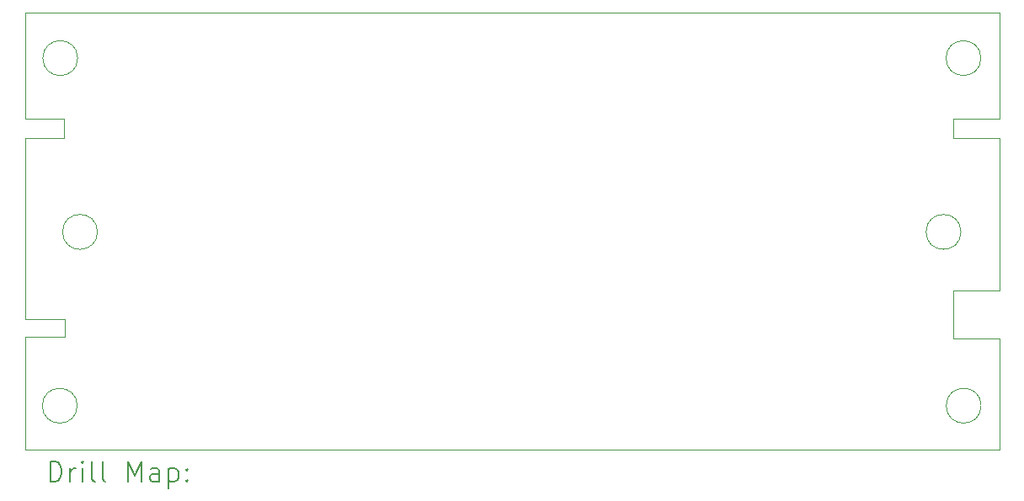
<source format=gbr>
%TF.GenerationSoftware,KiCad,Pcbnew,8.0.6*%
%TF.CreationDate,2025-02-16T15:03:30+05:00*%
%TF.ProjectId,MegaCD-Connect BD Remake,4d656761-4344-42d4-936f-6e6e65637420,rev?*%
%TF.SameCoordinates,Original*%
%TF.FileFunction,Drillmap*%
%TF.FilePolarity,Positive*%
%FSLAX45Y45*%
G04 Gerber Fmt 4.5, Leading zero omitted, Abs format (unit mm)*
G04 Created by KiCad (PCBNEW 8.0.6) date 2025-02-16 15:03:30*
%MOMM*%
%LPD*%
G01*
G04 APERTURE LIST*
%ADD10C,0.100000*%
%ADD11C,0.200000*%
G04 APERTURE END LIST*
D10*
X11112500Y-10390420D02*
X11112500Y-10570760D01*
X11239160Y-7769140D02*
G75*
G02*
X10888640Y-7769140I-175260J0D01*
G01*
X10888640Y-7769140D02*
G75*
G02*
X11239160Y-7769140I175260J0D01*
G01*
X10708300Y-11709400D02*
X20508300Y-11709400D01*
X20045340Y-10586000D02*
X20507620Y-10586000D01*
X20045340Y-10108480D02*
X20045340Y-10586000D01*
X11112500Y-10570760D02*
X10708300Y-10570760D01*
X10708300Y-10390420D02*
X11112500Y-10390420D01*
X10708300Y-8378740D02*
X11102000Y-8378740D01*
X11234080Y-11264180D02*
G75*
G02*
X10883560Y-11264180I-175260J0D01*
G01*
X10883560Y-11264180D02*
G75*
G02*
X11234080Y-11264180I175260J0D01*
G01*
X10708300Y-7309400D02*
X10708300Y-8378740D01*
X20045340Y-8574320D02*
X20507620Y-8574320D01*
X11102000Y-8574320D02*
X10708300Y-8574320D01*
X20322200Y-11264180D02*
G75*
G02*
X19971680Y-11264180I-175260J0D01*
G01*
X19971680Y-11264180D02*
G75*
G02*
X20322200Y-11264180I175260J0D01*
G01*
X20045340Y-8378740D02*
X20045340Y-8574320D01*
X10708300Y-8574320D02*
X10708300Y-10390420D01*
X20508300Y-7309400D02*
X20507620Y-8378740D01*
X10708300Y-10570760D02*
X10708300Y-11709400D01*
X11437280Y-9516660D02*
G75*
G02*
X11086760Y-9516660I-175260J0D01*
G01*
X11086760Y-9516660D02*
G75*
G02*
X11437280Y-9516660I175260J0D01*
G01*
X20319660Y-7769140D02*
G75*
G02*
X19969140Y-7769140I-175260J0D01*
G01*
X19969140Y-7769140D02*
G75*
G02*
X20319660Y-7769140I175260J0D01*
G01*
X10708300Y-7309400D02*
X20508300Y-7309400D01*
X20119000Y-9516660D02*
G75*
G02*
X19768480Y-9516660I-175260J0D01*
G01*
X19768480Y-9516660D02*
G75*
G02*
X20119000Y-9516660I175260J0D01*
G01*
X20507620Y-10108480D02*
X20045340Y-10108480D01*
X20507620Y-8574320D02*
X20507620Y-10108480D01*
X20507620Y-8378740D02*
X20045340Y-8378740D01*
X11102000Y-8378740D02*
X11102000Y-8574320D01*
X20507620Y-10586000D02*
X20508300Y-11709400D01*
D11*
X10964077Y-12025884D02*
X10964077Y-11825884D01*
X10964077Y-11825884D02*
X11011696Y-11825884D01*
X11011696Y-11825884D02*
X11040267Y-11835408D01*
X11040267Y-11835408D02*
X11059315Y-11854455D01*
X11059315Y-11854455D02*
X11068839Y-11873503D01*
X11068839Y-11873503D02*
X11078363Y-11911598D01*
X11078363Y-11911598D02*
X11078363Y-11940169D01*
X11078363Y-11940169D02*
X11068839Y-11978265D01*
X11068839Y-11978265D02*
X11059315Y-11997312D01*
X11059315Y-11997312D02*
X11040267Y-12016360D01*
X11040267Y-12016360D02*
X11011696Y-12025884D01*
X11011696Y-12025884D02*
X10964077Y-12025884D01*
X11164077Y-12025884D02*
X11164077Y-11892550D01*
X11164077Y-11930646D02*
X11173601Y-11911598D01*
X11173601Y-11911598D02*
X11183124Y-11902074D01*
X11183124Y-11902074D02*
X11202172Y-11892550D01*
X11202172Y-11892550D02*
X11221220Y-11892550D01*
X11287886Y-12025884D02*
X11287886Y-11892550D01*
X11287886Y-11825884D02*
X11278362Y-11835408D01*
X11278362Y-11835408D02*
X11287886Y-11844931D01*
X11287886Y-11844931D02*
X11297410Y-11835408D01*
X11297410Y-11835408D02*
X11287886Y-11825884D01*
X11287886Y-11825884D02*
X11287886Y-11844931D01*
X11411696Y-12025884D02*
X11392648Y-12016360D01*
X11392648Y-12016360D02*
X11383124Y-11997312D01*
X11383124Y-11997312D02*
X11383124Y-11825884D01*
X11516458Y-12025884D02*
X11497410Y-12016360D01*
X11497410Y-12016360D02*
X11487886Y-11997312D01*
X11487886Y-11997312D02*
X11487886Y-11825884D01*
X11745029Y-12025884D02*
X11745029Y-11825884D01*
X11745029Y-11825884D02*
X11811696Y-11968741D01*
X11811696Y-11968741D02*
X11878362Y-11825884D01*
X11878362Y-11825884D02*
X11878362Y-12025884D01*
X12059315Y-12025884D02*
X12059315Y-11921122D01*
X12059315Y-11921122D02*
X12049791Y-11902074D01*
X12049791Y-11902074D02*
X12030743Y-11892550D01*
X12030743Y-11892550D02*
X11992648Y-11892550D01*
X11992648Y-11892550D02*
X11973601Y-11902074D01*
X12059315Y-12016360D02*
X12040267Y-12025884D01*
X12040267Y-12025884D02*
X11992648Y-12025884D01*
X11992648Y-12025884D02*
X11973601Y-12016360D01*
X11973601Y-12016360D02*
X11964077Y-11997312D01*
X11964077Y-11997312D02*
X11964077Y-11978265D01*
X11964077Y-11978265D02*
X11973601Y-11959217D01*
X11973601Y-11959217D02*
X11992648Y-11949693D01*
X11992648Y-11949693D02*
X12040267Y-11949693D01*
X12040267Y-11949693D02*
X12059315Y-11940169D01*
X12154553Y-11892550D02*
X12154553Y-12092550D01*
X12154553Y-11902074D02*
X12173601Y-11892550D01*
X12173601Y-11892550D02*
X12211696Y-11892550D01*
X12211696Y-11892550D02*
X12230743Y-11902074D01*
X12230743Y-11902074D02*
X12240267Y-11911598D01*
X12240267Y-11911598D02*
X12249791Y-11930646D01*
X12249791Y-11930646D02*
X12249791Y-11987788D01*
X12249791Y-11987788D02*
X12240267Y-12006836D01*
X12240267Y-12006836D02*
X12230743Y-12016360D01*
X12230743Y-12016360D02*
X12211696Y-12025884D01*
X12211696Y-12025884D02*
X12173601Y-12025884D01*
X12173601Y-12025884D02*
X12154553Y-12016360D01*
X12335505Y-12006836D02*
X12345029Y-12016360D01*
X12345029Y-12016360D02*
X12335505Y-12025884D01*
X12335505Y-12025884D02*
X12325982Y-12016360D01*
X12325982Y-12016360D02*
X12335505Y-12006836D01*
X12335505Y-12006836D02*
X12335505Y-12025884D01*
X12335505Y-11902074D02*
X12345029Y-11911598D01*
X12345029Y-11911598D02*
X12335505Y-11921122D01*
X12335505Y-11921122D02*
X12325982Y-11911598D01*
X12325982Y-11911598D02*
X12335505Y-11902074D01*
X12335505Y-11902074D02*
X12335505Y-11921122D01*
M02*

</source>
